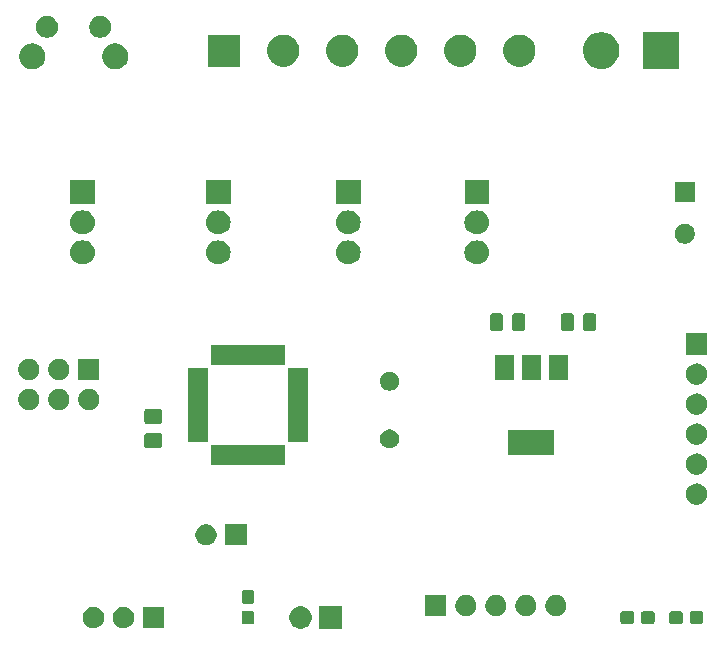
<source format=gbr>
%TF.GenerationSoftware,KiCad,Pcbnew,5.1.5-52549c5~84~ubuntu19.04.1*%
%TF.CreationDate,2020-02-04T18:47:48+03:00*%
%TF.ProjectId,RGBcontroller_V1,52474263-6f6e-4747-926f-6c6c65725f56,rev?*%
%TF.SameCoordinates,Original*%
%TF.FileFunction,Soldermask,Top*%
%TF.FilePolarity,Negative*%
%FSLAX46Y46*%
G04 Gerber Fmt 4.6, Leading zero omitted, Abs format (unit mm)*
G04 Created by KiCad (PCBNEW 5.1.5-52549c5~84~ubuntu19.04.1) date 2020-02-04 18:47:48*
%MOMM*%
%LPD*%
G04 APERTURE LIST*
%ADD10C,0.150000*%
G04 APERTURE END LIST*
D10*
G36*
X130951000Y-97951000D02*
G01*
X129049000Y-97951000D01*
X129049000Y-96049000D01*
X130951000Y-96049000D01*
X130951000Y-97951000D01*
G37*
G36*
X127737395Y-96085546D02*
G01*
X127910466Y-96157234D01*
X127910467Y-96157235D01*
X128066227Y-96261310D01*
X128198690Y-96393773D01*
X128198691Y-96393775D01*
X128302766Y-96549534D01*
X128374454Y-96722605D01*
X128411000Y-96906333D01*
X128411000Y-97093667D01*
X128374454Y-97277395D01*
X128302766Y-97450466D01*
X128281911Y-97481677D01*
X128198690Y-97606227D01*
X128066227Y-97738690D01*
X127987818Y-97791081D01*
X127910466Y-97842766D01*
X127737395Y-97914454D01*
X127553667Y-97951000D01*
X127366333Y-97951000D01*
X127182605Y-97914454D01*
X127009534Y-97842766D01*
X126932182Y-97791081D01*
X126853773Y-97738690D01*
X126721310Y-97606227D01*
X126638089Y-97481677D01*
X126617234Y-97450466D01*
X126545546Y-97277395D01*
X126509000Y-97093667D01*
X126509000Y-96906333D01*
X126545546Y-96722605D01*
X126617234Y-96549534D01*
X126721309Y-96393775D01*
X126721310Y-96393773D01*
X126853773Y-96261310D01*
X127009533Y-96157235D01*
X127009534Y-96157234D01*
X127182605Y-96085546D01*
X127366333Y-96049000D01*
X127553667Y-96049000D01*
X127737395Y-96085546D01*
G37*
G36*
X112573512Y-96103927D02*
G01*
X112722812Y-96133624D01*
X112886784Y-96201544D01*
X113034354Y-96300147D01*
X113159853Y-96425646D01*
X113258456Y-96573216D01*
X113326376Y-96737188D01*
X113352072Y-96866375D01*
X113358960Y-96901000D01*
X113361000Y-96911259D01*
X113361000Y-97088741D01*
X113326376Y-97262812D01*
X113258456Y-97426784D01*
X113159853Y-97574354D01*
X113034354Y-97699853D01*
X112886784Y-97798456D01*
X112722812Y-97866376D01*
X112573512Y-97896073D01*
X112548742Y-97901000D01*
X112371258Y-97901000D01*
X112346488Y-97896073D01*
X112197188Y-97866376D01*
X112033216Y-97798456D01*
X111885646Y-97699853D01*
X111760147Y-97574354D01*
X111661544Y-97426784D01*
X111593624Y-97262812D01*
X111559000Y-97088741D01*
X111559000Y-96911259D01*
X111561041Y-96901000D01*
X111567928Y-96866375D01*
X111593624Y-96737188D01*
X111661544Y-96573216D01*
X111760147Y-96425646D01*
X111885646Y-96300147D01*
X112033216Y-96201544D01*
X112197188Y-96133624D01*
X112346488Y-96103927D01*
X112371258Y-96099000D01*
X112548742Y-96099000D01*
X112573512Y-96103927D01*
G37*
G36*
X115901000Y-97901000D02*
G01*
X114099000Y-97901000D01*
X114099000Y-96099000D01*
X115901000Y-96099000D01*
X115901000Y-97901000D01*
G37*
G36*
X110033512Y-96103927D02*
G01*
X110182812Y-96133624D01*
X110346784Y-96201544D01*
X110494354Y-96300147D01*
X110619853Y-96425646D01*
X110718456Y-96573216D01*
X110786376Y-96737188D01*
X110812072Y-96866375D01*
X110818960Y-96901000D01*
X110821000Y-96911259D01*
X110821000Y-97088741D01*
X110786376Y-97262812D01*
X110718456Y-97426784D01*
X110619853Y-97574354D01*
X110494354Y-97699853D01*
X110346784Y-97798456D01*
X110182812Y-97866376D01*
X110033512Y-97896073D01*
X110008742Y-97901000D01*
X109831258Y-97901000D01*
X109806488Y-97896073D01*
X109657188Y-97866376D01*
X109493216Y-97798456D01*
X109345646Y-97699853D01*
X109220147Y-97574354D01*
X109121544Y-97426784D01*
X109053624Y-97262812D01*
X109019000Y-97088741D01*
X109019000Y-96911259D01*
X109021041Y-96901000D01*
X109027928Y-96866375D01*
X109053624Y-96737188D01*
X109121544Y-96573216D01*
X109220147Y-96425646D01*
X109345646Y-96300147D01*
X109493216Y-96201544D01*
X109657188Y-96133624D01*
X109806488Y-96103927D01*
X109831258Y-96099000D01*
X110008742Y-96099000D01*
X110033512Y-96103927D01*
G37*
G36*
X123364499Y-96428445D02*
G01*
X123401995Y-96439820D01*
X123436554Y-96458292D01*
X123466847Y-96483153D01*
X123491708Y-96513446D01*
X123510180Y-96548005D01*
X123521555Y-96585501D01*
X123526000Y-96630638D01*
X123526000Y-97369362D01*
X123521555Y-97414499D01*
X123510180Y-97451995D01*
X123491708Y-97486554D01*
X123466847Y-97516847D01*
X123436554Y-97541708D01*
X123401995Y-97560180D01*
X123364499Y-97571555D01*
X123319362Y-97576000D01*
X122680638Y-97576000D01*
X122635501Y-97571555D01*
X122598005Y-97560180D01*
X122563446Y-97541708D01*
X122533153Y-97516847D01*
X122508292Y-97486554D01*
X122489820Y-97451995D01*
X122478445Y-97414499D01*
X122474000Y-97369362D01*
X122474000Y-96630638D01*
X122478445Y-96585501D01*
X122489820Y-96548005D01*
X122508292Y-96513446D01*
X122533153Y-96483153D01*
X122563446Y-96458292D01*
X122598005Y-96439820D01*
X122635501Y-96428445D01*
X122680638Y-96424000D01*
X123319362Y-96424000D01*
X123364499Y-96428445D01*
G37*
G36*
X161414499Y-96478445D02*
G01*
X161451995Y-96489820D01*
X161486554Y-96508292D01*
X161516847Y-96533153D01*
X161541708Y-96563446D01*
X161560180Y-96598005D01*
X161571555Y-96635501D01*
X161576000Y-96680638D01*
X161576000Y-97319362D01*
X161571555Y-97364499D01*
X161560180Y-97401995D01*
X161541708Y-97436554D01*
X161516847Y-97466847D01*
X161486554Y-97491708D01*
X161451995Y-97510180D01*
X161414499Y-97521555D01*
X161369362Y-97526000D01*
X160630638Y-97526000D01*
X160585501Y-97521555D01*
X160548005Y-97510180D01*
X160513446Y-97491708D01*
X160483153Y-97466847D01*
X160458292Y-97436554D01*
X160439820Y-97401995D01*
X160428445Y-97364499D01*
X160424000Y-97319362D01*
X160424000Y-96680638D01*
X160428445Y-96635501D01*
X160439820Y-96598005D01*
X160458292Y-96563446D01*
X160483153Y-96533153D01*
X160513446Y-96508292D01*
X160548005Y-96489820D01*
X160585501Y-96478445D01*
X160630638Y-96474000D01*
X161369362Y-96474000D01*
X161414499Y-96478445D01*
G37*
G36*
X159664499Y-96478445D02*
G01*
X159701995Y-96489820D01*
X159736554Y-96508292D01*
X159766847Y-96533153D01*
X159791708Y-96563446D01*
X159810180Y-96598005D01*
X159821555Y-96635501D01*
X159826000Y-96680638D01*
X159826000Y-97319362D01*
X159821555Y-97364499D01*
X159810180Y-97401995D01*
X159791708Y-97436554D01*
X159766847Y-97466847D01*
X159736554Y-97491708D01*
X159701995Y-97510180D01*
X159664499Y-97521555D01*
X159619362Y-97526000D01*
X158880638Y-97526000D01*
X158835501Y-97521555D01*
X158798005Y-97510180D01*
X158763446Y-97491708D01*
X158733153Y-97466847D01*
X158708292Y-97436554D01*
X158689820Y-97401995D01*
X158678445Y-97364499D01*
X158674000Y-97319362D01*
X158674000Y-96680638D01*
X158678445Y-96635501D01*
X158689820Y-96598005D01*
X158708292Y-96563446D01*
X158733153Y-96533153D01*
X158763446Y-96508292D01*
X158798005Y-96489820D01*
X158835501Y-96478445D01*
X158880638Y-96474000D01*
X159619362Y-96474000D01*
X159664499Y-96478445D01*
G37*
G36*
X157289499Y-96478445D02*
G01*
X157326995Y-96489820D01*
X157361554Y-96508292D01*
X157391847Y-96533153D01*
X157416708Y-96563446D01*
X157435180Y-96598005D01*
X157446555Y-96635501D01*
X157451000Y-96680638D01*
X157451000Y-97319362D01*
X157446555Y-97364499D01*
X157435180Y-97401995D01*
X157416708Y-97436554D01*
X157391847Y-97466847D01*
X157361554Y-97491708D01*
X157326995Y-97510180D01*
X157289499Y-97521555D01*
X157244362Y-97526000D01*
X156505638Y-97526000D01*
X156460501Y-97521555D01*
X156423005Y-97510180D01*
X156388446Y-97491708D01*
X156358153Y-97466847D01*
X156333292Y-97436554D01*
X156314820Y-97401995D01*
X156303445Y-97364499D01*
X156299000Y-97319362D01*
X156299000Y-96680638D01*
X156303445Y-96635501D01*
X156314820Y-96598005D01*
X156333292Y-96563446D01*
X156358153Y-96533153D01*
X156388446Y-96508292D01*
X156423005Y-96489820D01*
X156460501Y-96478445D01*
X156505638Y-96474000D01*
X157244362Y-96474000D01*
X157289499Y-96478445D01*
G37*
G36*
X155539499Y-96478445D02*
G01*
X155576995Y-96489820D01*
X155611554Y-96508292D01*
X155641847Y-96533153D01*
X155666708Y-96563446D01*
X155685180Y-96598005D01*
X155696555Y-96635501D01*
X155701000Y-96680638D01*
X155701000Y-97319362D01*
X155696555Y-97364499D01*
X155685180Y-97401995D01*
X155666708Y-97436554D01*
X155641847Y-97466847D01*
X155611554Y-97491708D01*
X155576995Y-97510180D01*
X155539499Y-97521555D01*
X155494362Y-97526000D01*
X154755638Y-97526000D01*
X154710501Y-97521555D01*
X154673005Y-97510180D01*
X154638446Y-97491708D01*
X154608153Y-97466847D01*
X154583292Y-97436554D01*
X154564820Y-97401995D01*
X154553445Y-97364499D01*
X154549000Y-97319362D01*
X154549000Y-96680638D01*
X154553445Y-96635501D01*
X154564820Y-96598005D01*
X154583292Y-96563446D01*
X154608153Y-96533153D01*
X154638446Y-96508292D01*
X154673005Y-96489820D01*
X154710501Y-96478445D01*
X154755638Y-96474000D01*
X155494362Y-96474000D01*
X155539499Y-96478445D01*
G37*
G36*
X144113512Y-95103927D02*
G01*
X144262812Y-95133624D01*
X144426784Y-95201544D01*
X144574354Y-95300147D01*
X144699853Y-95425646D01*
X144798456Y-95573216D01*
X144866376Y-95737188D01*
X144883036Y-95820947D01*
X144901000Y-95911258D01*
X144901000Y-96088742D01*
X144896073Y-96113512D01*
X144866376Y-96262812D01*
X144798456Y-96426784D01*
X144699853Y-96574354D01*
X144574354Y-96699853D01*
X144426784Y-96798456D01*
X144262812Y-96866376D01*
X144113512Y-96896073D01*
X144088742Y-96901000D01*
X143911258Y-96901000D01*
X143886488Y-96896073D01*
X143737188Y-96866376D01*
X143573216Y-96798456D01*
X143425646Y-96699853D01*
X143300147Y-96574354D01*
X143201544Y-96426784D01*
X143133624Y-96262812D01*
X143103927Y-96113512D01*
X143099000Y-96088742D01*
X143099000Y-95911258D01*
X143116964Y-95820947D01*
X143133624Y-95737188D01*
X143201544Y-95573216D01*
X143300147Y-95425646D01*
X143425646Y-95300147D01*
X143573216Y-95201544D01*
X143737188Y-95133624D01*
X143886488Y-95103927D01*
X143911258Y-95099000D01*
X144088742Y-95099000D01*
X144113512Y-95103927D01*
G37*
G36*
X139821000Y-96901000D02*
G01*
X138019000Y-96901000D01*
X138019000Y-95099000D01*
X139821000Y-95099000D01*
X139821000Y-96901000D01*
G37*
G36*
X141573512Y-95103927D02*
G01*
X141722812Y-95133624D01*
X141886784Y-95201544D01*
X142034354Y-95300147D01*
X142159853Y-95425646D01*
X142258456Y-95573216D01*
X142326376Y-95737188D01*
X142343036Y-95820947D01*
X142361000Y-95911258D01*
X142361000Y-96088742D01*
X142356073Y-96113512D01*
X142326376Y-96262812D01*
X142258456Y-96426784D01*
X142159853Y-96574354D01*
X142034354Y-96699853D01*
X141886784Y-96798456D01*
X141722812Y-96866376D01*
X141573512Y-96896073D01*
X141548742Y-96901000D01*
X141371258Y-96901000D01*
X141346488Y-96896073D01*
X141197188Y-96866376D01*
X141033216Y-96798456D01*
X140885646Y-96699853D01*
X140760147Y-96574354D01*
X140661544Y-96426784D01*
X140593624Y-96262812D01*
X140563927Y-96113512D01*
X140559000Y-96088742D01*
X140559000Y-95911258D01*
X140576964Y-95820947D01*
X140593624Y-95737188D01*
X140661544Y-95573216D01*
X140760147Y-95425646D01*
X140885646Y-95300147D01*
X141033216Y-95201544D01*
X141197188Y-95133624D01*
X141346488Y-95103927D01*
X141371258Y-95099000D01*
X141548742Y-95099000D01*
X141573512Y-95103927D01*
G37*
G36*
X146653512Y-95103927D02*
G01*
X146802812Y-95133624D01*
X146966784Y-95201544D01*
X147114354Y-95300147D01*
X147239853Y-95425646D01*
X147338456Y-95573216D01*
X147406376Y-95737188D01*
X147423036Y-95820947D01*
X147441000Y-95911258D01*
X147441000Y-96088742D01*
X147436073Y-96113512D01*
X147406376Y-96262812D01*
X147338456Y-96426784D01*
X147239853Y-96574354D01*
X147114354Y-96699853D01*
X146966784Y-96798456D01*
X146802812Y-96866376D01*
X146653512Y-96896073D01*
X146628742Y-96901000D01*
X146451258Y-96901000D01*
X146426488Y-96896073D01*
X146277188Y-96866376D01*
X146113216Y-96798456D01*
X145965646Y-96699853D01*
X145840147Y-96574354D01*
X145741544Y-96426784D01*
X145673624Y-96262812D01*
X145643927Y-96113512D01*
X145639000Y-96088742D01*
X145639000Y-95911258D01*
X145656964Y-95820947D01*
X145673624Y-95737188D01*
X145741544Y-95573216D01*
X145840147Y-95425646D01*
X145965646Y-95300147D01*
X146113216Y-95201544D01*
X146277188Y-95133624D01*
X146426488Y-95103927D01*
X146451258Y-95099000D01*
X146628742Y-95099000D01*
X146653512Y-95103927D01*
G37*
G36*
X149193512Y-95103927D02*
G01*
X149342812Y-95133624D01*
X149506784Y-95201544D01*
X149654354Y-95300147D01*
X149779853Y-95425646D01*
X149878456Y-95573216D01*
X149946376Y-95737188D01*
X149963036Y-95820947D01*
X149981000Y-95911258D01*
X149981000Y-96088742D01*
X149976073Y-96113512D01*
X149946376Y-96262812D01*
X149878456Y-96426784D01*
X149779853Y-96574354D01*
X149654354Y-96699853D01*
X149506784Y-96798456D01*
X149342812Y-96866376D01*
X149193512Y-96896073D01*
X149168742Y-96901000D01*
X148991258Y-96901000D01*
X148966488Y-96896073D01*
X148817188Y-96866376D01*
X148653216Y-96798456D01*
X148505646Y-96699853D01*
X148380147Y-96574354D01*
X148281544Y-96426784D01*
X148213624Y-96262812D01*
X148183927Y-96113512D01*
X148179000Y-96088742D01*
X148179000Y-95911258D01*
X148196964Y-95820947D01*
X148213624Y-95737188D01*
X148281544Y-95573216D01*
X148380147Y-95425646D01*
X148505646Y-95300147D01*
X148653216Y-95201544D01*
X148817188Y-95133624D01*
X148966488Y-95103927D01*
X148991258Y-95099000D01*
X149168742Y-95099000D01*
X149193512Y-95103927D01*
G37*
G36*
X123364499Y-94678445D02*
G01*
X123401995Y-94689820D01*
X123436554Y-94708292D01*
X123466847Y-94733153D01*
X123491708Y-94763446D01*
X123510180Y-94798005D01*
X123521555Y-94835501D01*
X123526000Y-94880638D01*
X123526000Y-95619362D01*
X123521555Y-95664499D01*
X123510180Y-95701995D01*
X123491708Y-95736554D01*
X123466847Y-95766847D01*
X123436554Y-95791708D01*
X123401995Y-95810180D01*
X123364499Y-95821555D01*
X123319362Y-95826000D01*
X122680638Y-95826000D01*
X122635501Y-95821555D01*
X122598005Y-95810180D01*
X122563446Y-95791708D01*
X122533153Y-95766847D01*
X122508292Y-95736554D01*
X122489820Y-95701995D01*
X122478445Y-95664499D01*
X122474000Y-95619362D01*
X122474000Y-94880638D01*
X122478445Y-94835501D01*
X122489820Y-94798005D01*
X122508292Y-94763446D01*
X122533153Y-94733153D01*
X122563446Y-94708292D01*
X122598005Y-94689820D01*
X122635501Y-94678445D01*
X122680638Y-94674000D01*
X123319362Y-94674000D01*
X123364499Y-94678445D01*
G37*
G36*
X119573512Y-89103927D02*
G01*
X119722812Y-89133624D01*
X119886784Y-89201544D01*
X120034354Y-89300147D01*
X120159853Y-89425646D01*
X120258456Y-89573216D01*
X120326376Y-89737188D01*
X120361000Y-89911259D01*
X120361000Y-90088741D01*
X120326376Y-90262812D01*
X120258456Y-90426784D01*
X120159853Y-90574354D01*
X120034354Y-90699853D01*
X119886784Y-90798456D01*
X119722812Y-90866376D01*
X119573512Y-90896073D01*
X119548742Y-90901000D01*
X119371258Y-90901000D01*
X119346488Y-90896073D01*
X119197188Y-90866376D01*
X119033216Y-90798456D01*
X118885646Y-90699853D01*
X118760147Y-90574354D01*
X118661544Y-90426784D01*
X118593624Y-90262812D01*
X118559000Y-90088741D01*
X118559000Y-89911259D01*
X118593624Y-89737188D01*
X118661544Y-89573216D01*
X118760147Y-89425646D01*
X118885646Y-89300147D01*
X119033216Y-89201544D01*
X119197188Y-89133624D01*
X119346488Y-89103927D01*
X119371258Y-89099000D01*
X119548742Y-89099000D01*
X119573512Y-89103927D01*
G37*
G36*
X122901000Y-90901000D02*
G01*
X121099000Y-90901000D01*
X121099000Y-89099000D01*
X122901000Y-89099000D01*
X122901000Y-90901000D01*
G37*
G36*
X161113512Y-85653927D02*
G01*
X161262812Y-85683624D01*
X161426784Y-85751544D01*
X161574354Y-85850147D01*
X161699853Y-85975646D01*
X161798456Y-86123216D01*
X161866376Y-86287188D01*
X161901000Y-86461259D01*
X161901000Y-86638741D01*
X161866376Y-86812812D01*
X161798456Y-86976784D01*
X161699853Y-87124354D01*
X161574354Y-87249853D01*
X161426784Y-87348456D01*
X161262812Y-87416376D01*
X161113512Y-87446073D01*
X161088742Y-87451000D01*
X160911258Y-87451000D01*
X160886488Y-87446073D01*
X160737188Y-87416376D01*
X160573216Y-87348456D01*
X160425646Y-87249853D01*
X160300147Y-87124354D01*
X160201544Y-86976784D01*
X160133624Y-86812812D01*
X160099000Y-86638741D01*
X160099000Y-86461259D01*
X160133624Y-86287188D01*
X160201544Y-86123216D01*
X160300147Y-85975646D01*
X160425646Y-85850147D01*
X160573216Y-85751544D01*
X160737188Y-85683624D01*
X160886488Y-85653927D01*
X160911258Y-85649000D01*
X161088742Y-85649000D01*
X161113512Y-85653927D01*
G37*
G36*
X161113512Y-83113927D02*
G01*
X161262812Y-83143624D01*
X161426784Y-83211544D01*
X161574354Y-83310147D01*
X161699853Y-83435646D01*
X161798456Y-83583216D01*
X161866376Y-83747188D01*
X161901000Y-83921259D01*
X161901000Y-84098741D01*
X161866376Y-84272812D01*
X161798456Y-84436784D01*
X161699853Y-84584354D01*
X161574354Y-84709853D01*
X161426784Y-84808456D01*
X161262812Y-84876376D01*
X161113512Y-84906073D01*
X161088742Y-84911000D01*
X160911258Y-84911000D01*
X160886488Y-84906073D01*
X160737188Y-84876376D01*
X160573216Y-84808456D01*
X160425646Y-84709853D01*
X160300147Y-84584354D01*
X160201544Y-84436784D01*
X160133624Y-84272812D01*
X160099000Y-84098741D01*
X160099000Y-83921259D01*
X160133624Y-83747188D01*
X160201544Y-83583216D01*
X160300147Y-83435646D01*
X160425646Y-83310147D01*
X160573216Y-83211544D01*
X160737188Y-83143624D01*
X160886488Y-83113927D01*
X160911258Y-83109000D01*
X161088742Y-83109000D01*
X161113512Y-83113927D01*
G37*
G36*
X126126000Y-84101000D02*
G01*
X119874000Y-84101000D01*
X119874000Y-82399000D01*
X126126000Y-82399000D01*
X126126000Y-84101000D01*
G37*
G36*
X148951000Y-83201000D02*
G01*
X145049000Y-83201000D01*
X145049000Y-81099000D01*
X148951000Y-81099000D01*
X148951000Y-83201000D01*
G37*
G36*
X135233642Y-81109781D02*
G01*
X135379414Y-81170162D01*
X135379416Y-81170163D01*
X135510608Y-81257822D01*
X135622178Y-81369392D01*
X135702028Y-81488897D01*
X135709838Y-81500586D01*
X135770219Y-81646358D01*
X135801000Y-81801107D01*
X135801000Y-81958893D01*
X135770219Y-82113642D01*
X135709838Y-82259414D01*
X135709837Y-82259416D01*
X135622178Y-82390608D01*
X135510608Y-82502178D01*
X135379416Y-82589837D01*
X135379415Y-82589838D01*
X135379414Y-82589838D01*
X135233642Y-82650219D01*
X135078893Y-82681000D01*
X134921107Y-82681000D01*
X134766358Y-82650219D01*
X134620586Y-82589838D01*
X134620585Y-82589838D01*
X134620584Y-82589837D01*
X134489392Y-82502178D01*
X134377822Y-82390608D01*
X134290163Y-82259416D01*
X134290162Y-82259414D01*
X134229781Y-82113642D01*
X134199000Y-81958893D01*
X134199000Y-81801107D01*
X134229781Y-81646358D01*
X134290162Y-81500586D01*
X134297972Y-81488897D01*
X134377822Y-81369392D01*
X134489392Y-81257822D01*
X134620584Y-81170163D01*
X134620586Y-81170162D01*
X134766358Y-81109781D01*
X134921107Y-81079000D01*
X135078893Y-81079000D01*
X135233642Y-81109781D01*
G37*
G36*
X115588674Y-81403465D02*
G01*
X115626367Y-81414899D01*
X115661103Y-81433466D01*
X115691548Y-81458452D01*
X115716534Y-81488897D01*
X115735101Y-81523633D01*
X115746535Y-81561326D01*
X115751000Y-81606661D01*
X115751000Y-82443339D01*
X115746535Y-82488674D01*
X115735101Y-82526367D01*
X115716534Y-82561103D01*
X115691548Y-82591548D01*
X115661103Y-82616534D01*
X115626367Y-82635101D01*
X115588674Y-82646535D01*
X115543339Y-82651000D01*
X114456661Y-82651000D01*
X114411326Y-82646535D01*
X114373633Y-82635101D01*
X114338897Y-82616534D01*
X114308452Y-82591548D01*
X114283466Y-82561103D01*
X114264899Y-82526367D01*
X114253465Y-82488674D01*
X114249000Y-82443339D01*
X114249000Y-81606661D01*
X114253465Y-81561326D01*
X114264899Y-81523633D01*
X114283466Y-81488897D01*
X114308452Y-81458452D01*
X114338897Y-81433466D01*
X114373633Y-81414899D01*
X114411326Y-81403465D01*
X114456661Y-81399000D01*
X115543339Y-81399000D01*
X115588674Y-81403465D01*
G37*
G36*
X161113512Y-80573927D02*
G01*
X161262812Y-80603624D01*
X161426784Y-80671544D01*
X161574354Y-80770147D01*
X161699853Y-80895646D01*
X161798456Y-81043216D01*
X161866376Y-81207188D01*
X161901000Y-81381259D01*
X161901000Y-81558741D01*
X161866376Y-81732812D01*
X161798456Y-81896784D01*
X161699853Y-82044354D01*
X161574354Y-82169853D01*
X161426784Y-82268456D01*
X161262812Y-82336376D01*
X161113512Y-82366073D01*
X161088742Y-82371000D01*
X160911258Y-82371000D01*
X160886488Y-82366073D01*
X160737188Y-82336376D01*
X160573216Y-82268456D01*
X160425646Y-82169853D01*
X160300147Y-82044354D01*
X160201544Y-81896784D01*
X160133624Y-81732812D01*
X160099000Y-81558741D01*
X160099000Y-81381259D01*
X160133624Y-81207188D01*
X160201544Y-81043216D01*
X160300147Y-80895646D01*
X160425646Y-80770147D01*
X160573216Y-80671544D01*
X160737188Y-80603624D01*
X160886488Y-80573927D01*
X160911258Y-80569000D01*
X161088742Y-80569000D01*
X161113512Y-80573927D01*
G37*
G36*
X128101000Y-82126000D02*
G01*
X126399000Y-82126000D01*
X126399000Y-75874000D01*
X128101000Y-75874000D01*
X128101000Y-82126000D01*
G37*
G36*
X119601000Y-82126000D02*
G01*
X117899000Y-82126000D01*
X117899000Y-75874000D01*
X119601000Y-75874000D01*
X119601000Y-82126000D01*
G37*
G36*
X115588674Y-79353465D02*
G01*
X115626367Y-79364899D01*
X115661103Y-79383466D01*
X115691548Y-79408452D01*
X115716534Y-79438897D01*
X115735101Y-79473633D01*
X115746535Y-79511326D01*
X115751000Y-79556661D01*
X115751000Y-80393339D01*
X115746535Y-80438674D01*
X115735101Y-80476367D01*
X115716534Y-80511103D01*
X115691548Y-80541548D01*
X115661103Y-80566534D01*
X115626367Y-80585101D01*
X115588674Y-80596535D01*
X115543339Y-80601000D01*
X114456661Y-80601000D01*
X114411326Y-80596535D01*
X114373633Y-80585101D01*
X114338897Y-80566534D01*
X114308452Y-80541548D01*
X114283466Y-80511103D01*
X114264899Y-80476367D01*
X114253465Y-80438674D01*
X114249000Y-80393339D01*
X114249000Y-79556661D01*
X114253465Y-79511326D01*
X114264899Y-79473633D01*
X114283466Y-79438897D01*
X114308452Y-79408452D01*
X114338897Y-79383466D01*
X114373633Y-79364899D01*
X114411326Y-79353465D01*
X114456661Y-79349000D01*
X115543339Y-79349000D01*
X115588674Y-79353465D01*
G37*
G36*
X161113512Y-78033927D02*
G01*
X161262812Y-78063624D01*
X161426784Y-78131544D01*
X161574354Y-78230147D01*
X161699853Y-78355646D01*
X161798456Y-78503216D01*
X161866376Y-78667188D01*
X161901000Y-78841259D01*
X161901000Y-79018741D01*
X161866376Y-79192812D01*
X161798456Y-79356784D01*
X161699853Y-79504354D01*
X161574354Y-79629853D01*
X161426784Y-79728456D01*
X161262812Y-79796376D01*
X161113512Y-79826073D01*
X161088742Y-79831000D01*
X160911258Y-79831000D01*
X160886488Y-79826073D01*
X160737188Y-79796376D01*
X160573216Y-79728456D01*
X160425646Y-79629853D01*
X160300147Y-79504354D01*
X160201544Y-79356784D01*
X160133624Y-79192812D01*
X160099000Y-79018741D01*
X160099000Y-78841259D01*
X160133624Y-78667188D01*
X160201544Y-78503216D01*
X160300147Y-78355646D01*
X160425646Y-78230147D01*
X160573216Y-78131544D01*
X160737188Y-78063624D01*
X160886488Y-78033927D01*
X160911258Y-78029000D01*
X161088742Y-78029000D01*
X161113512Y-78033927D01*
G37*
G36*
X107113512Y-77643927D02*
G01*
X107262812Y-77673624D01*
X107426784Y-77741544D01*
X107574354Y-77840147D01*
X107699853Y-77965646D01*
X107798456Y-78113216D01*
X107866376Y-78277188D01*
X107901000Y-78451259D01*
X107901000Y-78628741D01*
X107866376Y-78802812D01*
X107798456Y-78966784D01*
X107699853Y-79114354D01*
X107574354Y-79239853D01*
X107426784Y-79338456D01*
X107262812Y-79406376D01*
X107113512Y-79436073D01*
X107088742Y-79441000D01*
X106911258Y-79441000D01*
X106886488Y-79436073D01*
X106737188Y-79406376D01*
X106573216Y-79338456D01*
X106425646Y-79239853D01*
X106300147Y-79114354D01*
X106201544Y-78966784D01*
X106133624Y-78802812D01*
X106099000Y-78628741D01*
X106099000Y-78451259D01*
X106133624Y-78277188D01*
X106201544Y-78113216D01*
X106300147Y-77965646D01*
X106425646Y-77840147D01*
X106573216Y-77741544D01*
X106737188Y-77673624D01*
X106886488Y-77643927D01*
X106911258Y-77639000D01*
X107088742Y-77639000D01*
X107113512Y-77643927D01*
G37*
G36*
X104573512Y-77643927D02*
G01*
X104722812Y-77673624D01*
X104886784Y-77741544D01*
X105034354Y-77840147D01*
X105159853Y-77965646D01*
X105258456Y-78113216D01*
X105326376Y-78277188D01*
X105361000Y-78451259D01*
X105361000Y-78628741D01*
X105326376Y-78802812D01*
X105258456Y-78966784D01*
X105159853Y-79114354D01*
X105034354Y-79239853D01*
X104886784Y-79338456D01*
X104722812Y-79406376D01*
X104573512Y-79436073D01*
X104548742Y-79441000D01*
X104371258Y-79441000D01*
X104346488Y-79436073D01*
X104197188Y-79406376D01*
X104033216Y-79338456D01*
X103885646Y-79239853D01*
X103760147Y-79114354D01*
X103661544Y-78966784D01*
X103593624Y-78802812D01*
X103559000Y-78628741D01*
X103559000Y-78451259D01*
X103593624Y-78277188D01*
X103661544Y-78113216D01*
X103760147Y-77965646D01*
X103885646Y-77840147D01*
X104033216Y-77741544D01*
X104197188Y-77673624D01*
X104346488Y-77643927D01*
X104371258Y-77639000D01*
X104548742Y-77639000D01*
X104573512Y-77643927D01*
G37*
G36*
X109653512Y-77643927D02*
G01*
X109802812Y-77673624D01*
X109966784Y-77741544D01*
X110114354Y-77840147D01*
X110239853Y-77965646D01*
X110338456Y-78113216D01*
X110406376Y-78277188D01*
X110441000Y-78451259D01*
X110441000Y-78628741D01*
X110406376Y-78802812D01*
X110338456Y-78966784D01*
X110239853Y-79114354D01*
X110114354Y-79239853D01*
X109966784Y-79338456D01*
X109802812Y-79406376D01*
X109653512Y-79436073D01*
X109628742Y-79441000D01*
X109451258Y-79441000D01*
X109426488Y-79436073D01*
X109277188Y-79406376D01*
X109113216Y-79338456D01*
X108965646Y-79239853D01*
X108840147Y-79114354D01*
X108741544Y-78966784D01*
X108673624Y-78802812D01*
X108639000Y-78628741D01*
X108639000Y-78451259D01*
X108673624Y-78277188D01*
X108741544Y-78113216D01*
X108840147Y-77965646D01*
X108965646Y-77840147D01*
X109113216Y-77741544D01*
X109277188Y-77673624D01*
X109426488Y-77643927D01*
X109451258Y-77639000D01*
X109628742Y-77639000D01*
X109653512Y-77643927D01*
G37*
G36*
X135233642Y-76229781D02*
G01*
X135379414Y-76290162D01*
X135379416Y-76290163D01*
X135510608Y-76377822D01*
X135622178Y-76489392D01*
X135678947Y-76574354D01*
X135709838Y-76620586D01*
X135770219Y-76766358D01*
X135801000Y-76921107D01*
X135801000Y-77078893D01*
X135770219Y-77233642D01*
X135760802Y-77256376D01*
X135709837Y-77379416D01*
X135622178Y-77510608D01*
X135510608Y-77622178D01*
X135379416Y-77709837D01*
X135379415Y-77709838D01*
X135379414Y-77709838D01*
X135233642Y-77770219D01*
X135078893Y-77801000D01*
X134921107Y-77801000D01*
X134766358Y-77770219D01*
X134620586Y-77709838D01*
X134620585Y-77709838D01*
X134620584Y-77709837D01*
X134489392Y-77622178D01*
X134377822Y-77510608D01*
X134290163Y-77379416D01*
X134239198Y-77256376D01*
X134229781Y-77233642D01*
X134199000Y-77078893D01*
X134199000Y-76921107D01*
X134229781Y-76766358D01*
X134290162Y-76620586D01*
X134321053Y-76574354D01*
X134377822Y-76489392D01*
X134489392Y-76377822D01*
X134620584Y-76290163D01*
X134620586Y-76290162D01*
X134766358Y-76229781D01*
X134921107Y-76199000D01*
X135078893Y-76199000D01*
X135233642Y-76229781D01*
G37*
G36*
X161113512Y-75493927D02*
G01*
X161262812Y-75523624D01*
X161426784Y-75591544D01*
X161574354Y-75690147D01*
X161699853Y-75815646D01*
X161798456Y-75963216D01*
X161866376Y-76127188D01*
X161896073Y-76276488D01*
X161901000Y-76301258D01*
X161901000Y-76478742D01*
X161898881Y-76489393D01*
X161866376Y-76652812D01*
X161798456Y-76816784D01*
X161699853Y-76964354D01*
X161574354Y-77089853D01*
X161426784Y-77188456D01*
X161262812Y-77256376D01*
X161113512Y-77286073D01*
X161088742Y-77291000D01*
X160911258Y-77291000D01*
X160886488Y-77286073D01*
X160737188Y-77256376D01*
X160573216Y-77188456D01*
X160425646Y-77089853D01*
X160300147Y-76964354D01*
X160201544Y-76816784D01*
X160133624Y-76652812D01*
X160101119Y-76489393D01*
X160099000Y-76478742D01*
X160099000Y-76301258D01*
X160103927Y-76276488D01*
X160133624Y-76127188D01*
X160201544Y-75963216D01*
X160300147Y-75815646D01*
X160425646Y-75690147D01*
X160573216Y-75591544D01*
X160737188Y-75523624D01*
X160886488Y-75493927D01*
X160911258Y-75489000D01*
X161088742Y-75489000D01*
X161113512Y-75493927D01*
G37*
G36*
X145501000Y-76901000D02*
G01*
X143899000Y-76901000D01*
X143899000Y-74799000D01*
X145501000Y-74799000D01*
X145501000Y-76901000D01*
G37*
G36*
X150101000Y-76901000D02*
G01*
X148499000Y-76901000D01*
X148499000Y-74799000D01*
X150101000Y-74799000D01*
X150101000Y-76901000D01*
G37*
G36*
X107113512Y-75103927D02*
G01*
X107262812Y-75133624D01*
X107426784Y-75201544D01*
X107574354Y-75300147D01*
X107699853Y-75425646D01*
X107798456Y-75573216D01*
X107866376Y-75737188D01*
X107901000Y-75911259D01*
X107901000Y-76088741D01*
X107866376Y-76262812D01*
X107798456Y-76426784D01*
X107699853Y-76574354D01*
X107574354Y-76699853D01*
X107426784Y-76798456D01*
X107262812Y-76866376D01*
X107113512Y-76896073D01*
X107088742Y-76901000D01*
X106911258Y-76901000D01*
X106886488Y-76896073D01*
X106737188Y-76866376D01*
X106573216Y-76798456D01*
X106425646Y-76699853D01*
X106300147Y-76574354D01*
X106201544Y-76426784D01*
X106133624Y-76262812D01*
X106099000Y-76088741D01*
X106099000Y-75911259D01*
X106133624Y-75737188D01*
X106201544Y-75573216D01*
X106300147Y-75425646D01*
X106425646Y-75300147D01*
X106573216Y-75201544D01*
X106737188Y-75133624D01*
X106886488Y-75103927D01*
X106911258Y-75099000D01*
X107088742Y-75099000D01*
X107113512Y-75103927D01*
G37*
G36*
X110441000Y-76901000D02*
G01*
X108639000Y-76901000D01*
X108639000Y-75099000D01*
X110441000Y-75099000D01*
X110441000Y-76901000D01*
G37*
G36*
X147801000Y-76901000D02*
G01*
X146199000Y-76901000D01*
X146199000Y-74799000D01*
X147801000Y-74799000D01*
X147801000Y-76901000D01*
G37*
G36*
X104573512Y-75103927D02*
G01*
X104722812Y-75133624D01*
X104886784Y-75201544D01*
X105034354Y-75300147D01*
X105159853Y-75425646D01*
X105258456Y-75573216D01*
X105326376Y-75737188D01*
X105361000Y-75911259D01*
X105361000Y-76088741D01*
X105326376Y-76262812D01*
X105258456Y-76426784D01*
X105159853Y-76574354D01*
X105034354Y-76699853D01*
X104886784Y-76798456D01*
X104722812Y-76866376D01*
X104573512Y-76896073D01*
X104548742Y-76901000D01*
X104371258Y-76901000D01*
X104346488Y-76896073D01*
X104197188Y-76866376D01*
X104033216Y-76798456D01*
X103885646Y-76699853D01*
X103760147Y-76574354D01*
X103661544Y-76426784D01*
X103593624Y-76262812D01*
X103559000Y-76088741D01*
X103559000Y-75911259D01*
X103593624Y-75737188D01*
X103661544Y-75573216D01*
X103760147Y-75425646D01*
X103885646Y-75300147D01*
X104033216Y-75201544D01*
X104197188Y-75133624D01*
X104346488Y-75103927D01*
X104371258Y-75099000D01*
X104548742Y-75099000D01*
X104573512Y-75103927D01*
G37*
G36*
X126126000Y-75601000D02*
G01*
X119874000Y-75601000D01*
X119874000Y-73899000D01*
X126126000Y-73899000D01*
X126126000Y-75601000D01*
G37*
G36*
X161901000Y-74751000D02*
G01*
X160099000Y-74751000D01*
X160099000Y-72949000D01*
X161901000Y-72949000D01*
X161901000Y-74751000D01*
G37*
G36*
X150434468Y-71253565D02*
G01*
X150473138Y-71265296D01*
X150508777Y-71284346D01*
X150540017Y-71309983D01*
X150565654Y-71341223D01*
X150584704Y-71376862D01*
X150596435Y-71415532D01*
X150601000Y-71461888D01*
X150601000Y-72538112D01*
X150596435Y-72584468D01*
X150584704Y-72623138D01*
X150565654Y-72658777D01*
X150540017Y-72690017D01*
X150508777Y-72715654D01*
X150473138Y-72734704D01*
X150434468Y-72746435D01*
X150388112Y-72751000D01*
X149736888Y-72751000D01*
X149690532Y-72746435D01*
X149651862Y-72734704D01*
X149616223Y-72715654D01*
X149584983Y-72690017D01*
X149559346Y-72658777D01*
X149540296Y-72623138D01*
X149528565Y-72584468D01*
X149524000Y-72538112D01*
X149524000Y-71461888D01*
X149528565Y-71415532D01*
X149540296Y-71376862D01*
X149559346Y-71341223D01*
X149584983Y-71309983D01*
X149616223Y-71284346D01*
X149651862Y-71265296D01*
X149690532Y-71253565D01*
X149736888Y-71249000D01*
X150388112Y-71249000D01*
X150434468Y-71253565D01*
G37*
G36*
X152309468Y-71253565D02*
G01*
X152348138Y-71265296D01*
X152383777Y-71284346D01*
X152415017Y-71309983D01*
X152440654Y-71341223D01*
X152459704Y-71376862D01*
X152471435Y-71415532D01*
X152476000Y-71461888D01*
X152476000Y-72538112D01*
X152471435Y-72584468D01*
X152459704Y-72623138D01*
X152440654Y-72658777D01*
X152415017Y-72690017D01*
X152383777Y-72715654D01*
X152348138Y-72734704D01*
X152309468Y-72746435D01*
X152263112Y-72751000D01*
X151611888Y-72751000D01*
X151565532Y-72746435D01*
X151526862Y-72734704D01*
X151491223Y-72715654D01*
X151459983Y-72690017D01*
X151434346Y-72658777D01*
X151415296Y-72623138D01*
X151403565Y-72584468D01*
X151399000Y-72538112D01*
X151399000Y-71461888D01*
X151403565Y-71415532D01*
X151415296Y-71376862D01*
X151434346Y-71341223D01*
X151459983Y-71309983D01*
X151491223Y-71284346D01*
X151526862Y-71265296D01*
X151565532Y-71253565D01*
X151611888Y-71249000D01*
X152263112Y-71249000D01*
X152309468Y-71253565D01*
G37*
G36*
X146309468Y-71253565D02*
G01*
X146348138Y-71265296D01*
X146383777Y-71284346D01*
X146415017Y-71309983D01*
X146440654Y-71341223D01*
X146459704Y-71376862D01*
X146471435Y-71415532D01*
X146476000Y-71461888D01*
X146476000Y-72538112D01*
X146471435Y-72584468D01*
X146459704Y-72623138D01*
X146440654Y-72658777D01*
X146415017Y-72690017D01*
X146383777Y-72715654D01*
X146348138Y-72734704D01*
X146309468Y-72746435D01*
X146263112Y-72751000D01*
X145611888Y-72751000D01*
X145565532Y-72746435D01*
X145526862Y-72734704D01*
X145491223Y-72715654D01*
X145459983Y-72690017D01*
X145434346Y-72658777D01*
X145415296Y-72623138D01*
X145403565Y-72584468D01*
X145399000Y-72538112D01*
X145399000Y-71461888D01*
X145403565Y-71415532D01*
X145415296Y-71376862D01*
X145434346Y-71341223D01*
X145459983Y-71309983D01*
X145491223Y-71284346D01*
X145526862Y-71265296D01*
X145565532Y-71253565D01*
X145611888Y-71249000D01*
X146263112Y-71249000D01*
X146309468Y-71253565D01*
G37*
G36*
X144434468Y-71253565D02*
G01*
X144473138Y-71265296D01*
X144508777Y-71284346D01*
X144540017Y-71309983D01*
X144565654Y-71341223D01*
X144584704Y-71376862D01*
X144596435Y-71415532D01*
X144601000Y-71461888D01*
X144601000Y-72538112D01*
X144596435Y-72584468D01*
X144584704Y-72623138D01*
X144565654Y-72658777D01*
X144540017Y-72690017D01*
X144508777Y-72715654D01*
X144473138Y-72734704D01*
X144434468Y-72746435D01*
X144388112Y-72751000D01*
X143736888Y-72751000D01*
X143690532Y-72746435D01*
X143651862Y-72734704D01*
X143616223Y-72715654D01*
X143584983Y-72690017D01*
X143559346Y-72658777D01*
X143540296Y-72623138D01*
X143528565Y-72584468D01*
X143524000Y-72538112D01*
X143524000Y-71461888D01*
X143528565Y-71415532D01*
X143540296Y-71376862D01*
X143559346Y-71341223D01*
X143584983Y-71309983D01*
X143616223Y-71284346D01*
X143651862Y-71265296D01*
X143690532Y-71253565D01*
X143736888Y-71249000D01*
X144388112Y-71249000D01*
X144434468Y-71253565D01*
G37*
G36*
X131645936Y-65081340D02*
G01*
X131744220Y-65091020D01*
X131933381Y-65148401D01*
X132107712Y-65241583D01*
X132260515Y-65366985D01*
X132385917Y-65519788D01*
X132479099Y-65694119D01*
X132536480Y-65883280D01*
X132555855Y-66080000D01*
X132536480Y-66276720D01*
X132479099Y-66465881D01*
X132385917Y-66640212D01*
X132260515Y-66793015D01*
X132107712Y-66918417D01*
X131933381Y-67011599D01*
X131744220Y-67068980D01*
X131645936Y-67078660D01*
X131596795Y-67083500D01*
X131403205Y-67083500D01*
X131354064Y-67078660D01*
X131255780Y-67068980D01*
X131066619Y-67011599D01*
X130892288Y-66918417D01*
X130739485Y-66793015D01*
X130614083Y-66640212D01*
X130520901Y-66465881D01*
X130463520Y-66276720D01*
X130444145Y-66080000D01*
X130463520Y-65883280D01*
X130520901Y-65694119D01*
X130614083Y-65519788D01*
X130739485Y-65366985D01*
X130892288Y-65241583D01*
X131066619Y-65148401D01*
X131255780Y-65091020D01*
X131354064Y-65081340D01*
X131403205Y-65076500D01*
X131596795Y-65076500D01*
X131645936Y-65081340D01*
G37*
G36*
X109145936Y-65081340D02*
G01*
X109244220Y-65091020D01*
X109433381Y-65148401D01*
X109607712Y-65241583D01*
X109760515Y-65366985D01*
X109885917Y-65519788D01*
X109979099Y-65694119D01*
X110036480Y-65883280D01*
X110055855Y-66080000D01*
X110036480Y-66276720D01*
X109979099Y-66465881D01*
X109885917Y-66640212D01*
X109760515Y-66793015D01*
X109607712Y-66918417D01*
X109433381Y-67011599D01*
X109244220Y-67068980D01*
X109145936Y-67078660D01*
X109096795Y-67083500D01*
X108903205Y-67083500D01*
X108854064Y-67078660D01*
X108755780Y-67068980D01*
X108566619Y-67011599D01*
X108392288Y-66918417D01*
X108239485Y-66793015D01*
X108114083Y-66640212D01*
X108020901Y-66465881D01*
X107963520Y-66276720D01*
X107944145Y-66080000D01*
X107963520Y-65883280D01*
X108020901Y-65694119D01*
X108114083Y-65519788D01*
X108239485Y-65366985D01*
X108392288Y-65241583D01*
X108566619Y-65148401D01*
X108755780Y-65091020D01*
X108854064Y-65081340D01*
X108903205Y-65076500D01*
X109096795Y-65076500D01*
X109145936Y-65081340D01*
G37*
G36*
X120645936Y-65081340D02*
G01*
X120744220Y-65091020D01*
X120933381Y-65148401D01*
X121107712Y-65241583D01*
X121260515Y-65366985D01*
X121385917Y-65519788D01*
X121479099Y-65694119D01*
X121536480Y-65883280D01*
X121555855Y-66080000D01*
X121536480Y-66276720D01*
X121479099Y-66465881D01*
X121385917Y-66640212D01*
X121260515Y-66793015D01*
X121107712Y-66918417D01*
X120933381Y-67011599D01*
X120744220Y-67068980D01*
X120645936Y-67078660D01*
X120596795Y-67083500D01*
X120403205Y-67083500D01*
X120354064Y-67078660D01*
X120255780Y-67068980D01*
X120066619Y-67011599D01*
X119892288Y-66918417D01*
X119739485Y-66793015D01*
X119614083Y-66640212D01*
X119520901Y-66465881D01*
X119463520Y-66276720D01*
X119444145Y-66080000D01*
X119463520Y-65883280D01*
X119520901Y-65694119D01*
X119614083Y-65519788D01*
X119739485Y-65366985D01*
X119892288Y-65241583D01*
X120066619Y-65148401D01*
X120255780Y-65091020D01*
X120354064Y-65081340D01*
X120403205Y-65076500D01*
X120596795Y-65076500D01*
X120645936Y-65081340D01*
G37*
G36*
X142545936Y-65081340D02*
G01*
X142644220Y-65091020D01*
X142833381Y-65148401D01*
X143007712Y-65241583D01*
X143160515Y-65366985D01*
X143285917Y-65519788D01*
X143379099Y-65694119D01*
X143436480Y-65883280D01*
X143455855Y-66080000D01*
X143436480Y-66276720D01*
X143379099Y-66465881D01*
X143285917Y-66640212D01*
X143160515Y-66793015D01*
X143007712Y-66918417D01*
X142833381Y-67011599D01*
X142644220Y-67068980D01*
X142545936Y-67078660D01*
X142496795Y-67083500D01*
X142303205Y-67083500D01*
X142254064Y-67078660D01*
X142155780Y-67068980D01*
X141966619Y-67011599D01*
X141792288Y-66918417D01*
X141639485Y-66793015D01*
X141514083Y-66640212D01*
X141420901Y-66465881D01*
X141363520Y-66276720D01*
X141344145Y-66080000D01*
X141363520Y-65883280D01*
X141420901Y-65694119D01*
X141514083Y-65519788D01*
X141639485Y-65366985D01*
X141792288Y-65241583D01*
X141966619Y-65148401D01*
X142155780Y-65091020D01*
X142254064Y-65081340D01*
X142303205Y-65076500D01*
X142496795Y-65076500D01*
X142545936Y-65081340D01*
G37*
G36*
X160248228Y-63681703D02*
G01*
X160403100Y-63745853D01*
X160542481Y-63838985D01*
X160661015Y-63957519D01*
X160754147Y-64096900D01*
X160818297Y-64251772D01*
X160851000Y-64416184D01*
X160851000Y-64583816D01*
X160818297Y-64748228D01*
X160754147Y-64903100D01*
X160661015Y-65042481D01*
X160542481Y-65161015D01*
X160403100Y-65254147D01*
X160248228Y-65318297D01*
X160083816Y-65351000D01*
X159916184Y-65351000D01*
X159751772Y-65318297D01*
X159596900Y-65254147D01*
X159457519Y-65161015D01*
X159338985Y-65042481D01*
X159245853Y-64903100D01*
X159181703Y-64748228D01*
X159149000Y-64583816D01*
X159149000Y-64416184D01*
X159181703Y-64251772D01*
X159245853Y-64096900D01*
X159338985Y-63957519D01*
X159457519Y-63838985D01*
X159596900Y-63745853D01*
X159751772Y-63681703D01*
X159916184Y-63649000D01*
X160083816Y-63649000D01*
X160248228Y-63681703D01*
G37*
G36*
X142545936Y-62541340D02*
G01*
X142644220Y-62551020D01*
X142833381Y-62608401D01*
X143007712Y-62701583D01*
X143160515Y-62826985D01*
X143285917Y-62979788D01*
X143379099Y-63154119D01*
X143436480Y-63343280D01*
X143455855Y-63540000D01*
X143436480Y-63736720D01*
X143379099Y-63925881D01*
X143285917Y-64100212D01*
X143160515Y-64253015D01*
X143007712Y-64378417D01*
X142833381Y-64471599D01*
X142644220Y-64528980D01*
X142545936Y-64538660D01*
X142496795Y-64543500D01*
X142303205Y-64543500D01*
X142254064Y-64538660D01*
X142155780Y-64528980D01*
X141966619Y-64471599D01*
X141792288Y-64378417D01*
X141639485Y-64253015D01*
X141514083Y-64100212D01*
X141420901Y-63925881D01*
X141363520Y-63736720D01*
X141344145Y-63540000D01*
X141363520Y-63343280D01*
X141420901Y-63154119D01*
X141514083Y-62979788D01*
X141639485Y-62826985D01*
X141792288Y-62701583D01*
X141966619Y-62608401D01*
X142155780Y-62551020D01*
X142254064Y-62541340D01*
X142303205Y-62536500D01*
X142496795Y-62536500D01*
X142545936Y-62541340D01*
G37*
G36*
X109145936Y-62541340D02*
G01*
X109244220Y-62551020D01*
X109433381Y-62608401D01*
X109607712Y-62701583D01*
X109760515Y-62826985D01*
X109885917Y-62979788D01*
X109979099Y-63154119D01*
X110036480Y-63343280D01*
X110055855Y-63540000D01*
X110036480Y-63736720D01*
X109979099Y-63925881D01*
X109885917Y-64100212D01*
X109760515Y-64253015D01*
X109607712Y-64378417D01*
X109433381Y-64471599D01*
X109244220Y-64528980D01*
X109145936Y-64538660D01*
X109096795Y-64543500D01*
X108903205Y-64543500D01*
X108854064Y-64538660D01*
X108755780Y-64528980D01*
X108566619Y-64471599D01*
X108392288Y-64378417D01*
X108239485Y-64253015D01*
X108114083Y-64100212D01*
X108020901Y-63925881D01*
X107963520Y-63736720D01*
X107944145Y-63540000D01*
X107963520Y-63343280D01*
X108020901Y-63154119D01*
X108114083Y-62979788D01*
X108239485Y-62826985D01*
X108392288Y-62701583D01*
X108566619Y-62608401D01*
X108755780Y-62551020D01*
X108854064Y-62541340D01*
X108903205Y-62536500D01*
X109096795Y-62536500D01*
X109145936Y-62541340D01*
G37*
G36*
X120645936Y-62541340D02*
G01*
X120744220Y-62551020D01*
X120933381Y-62608401D01*
X121107712Y-62701583D01*
X121260515Y-62826985D01*
X121385917Y-62979788D01*
X121479099Y-63154119D01*
X121536480Y-63343280D01*
X121555855Y-63540000D01*
X121536480Y-63736720D01*
X121479099Y-63925881D01*
X121385917Y-64100212D01*
X121260515Y-64253015D01*
X121107712Y-64378417D01*
X120933381Y-64471599D01*
X120744220Y-64528980D01*
X120645936Y-64538660D01*
X120596795Y-64543500D01*
X120403205Y-64543500D01*
X120354064Y-64538660D01*
X120255780Y-64528980D01*
X120066619Y-64471599D01*
X119892288Y-64378417D01*
X119739485Y-64253015D01*
X119614083Y-64100212D01*
X119520901Y-63925881D01*
X119463520Y-63736720D01*
X119444145Y-63540000D01*
X119463520Y-63343280D01*
X119520901Y-63154119D01*
X119614083Y-62979788D01*
X119739485Y-62826985D01*
X119892288Y-62701583D01*
X120066619Y-62608401D01*
X120255780Y-62551020D01*
X120354064Y-62541340D01*
X120403205Y-62536500D01*
X120596795Y-62536500D01*
X120645936Y-62541340D01*
G37*
G36*
X131645936Y-62541340D02*
G01*
X131744220Y-62551020D01*
X131933381Y-62608401D01*
X132107712Y-62701583D01*
X132260515Y-62826985D01*
X132385917Y-62979788D01*
X132479099Y-63154119D01*
X132536480Y-63343280D01*
X132555855Y-63540000D01*
X132536480Y-63736720D01*
X132479099Y-63925881D01*
X132385917Y-64100212D01*
X132260515Y-64253015D01*
X132107712Y-64378417D01*
X131933381Y-64471599D01*
X131744220Y-64528980D01*
X131645936Y-64538660D01*
X131596795Y-64543500D01*
X131403205Y-64543500D01*
X131354064Y-64538660D01*
X131255780Y-64528980D01*
X131066619Y-64471599D01*
X130892288Y-64378417D01*
X130739485Y-64253015D01*
X130614083Y-64100212D01*
X130520901Y-63925881D01*
X130463520Y-63736720D01*
X130444145Y-63540000D01*
X130463520Y-63343280D01*
X130520901Y-63154119D01*
X130614083Y-62979788D01*
X130739485Y-62826985D01*
X130892288Y-62701583D01*
X131066619Y-62608401D01*
X131255780Y-62551020D01*
X131354064Y-62541340D01*
X131403205Y-62536500D01*
X131596795Y-62536500D01*
X131645936Y-62541340D01*
G37*
G36*
X132551000Y-62003500D02*
G01*
X130449000Y-62003500D01*
X130449000Y-59996500D01*
X132551000Y-59996500D01*
X132551000Y-62003500D01*
G37*
G36*
X143451000Y-62003500D02*
G01*
X141349000Y-62003500D01*
X141349000Y-59996500D01*
X143451000Y-59996500D01*
X143451000Y-62003500D01*
G37*
G36*
X110051000Y-62003500D02*
G01*
X107949000Y-62003500D01*
X107949000Y-59996500D01*
X110051000Y-59996500D01*
X110051000Y-62003500D01*
G37*
G36*
X121551000Y-62003500D02*
G01*
X119449000Y-62003500D01*
X119449000Y-59996500D01*
X121551000Y-59996500D01*
X121551000Y-62003500D01*
G37*
G36*
X160851000Y-61851000D02*
G01*
X159149000Y-61851000D01*
X159149000Y-60149000D01*
X160851000Y-60149000D01*
X160851000Y-61851000D01*
G37*
G36*
X104964795Y-48410156D02*
G01*
X105071150Y-48431311D01*
X105171334Y-48472809D01*
X105271520Y-48514307D01*
X105451844Y-48634795D01*
X105605205Y-48788156D01*
X105725693Y-48968480D01*
X105725693Y-48968481D01*
X105808689Y-49168850D01*
X105851000Y-49381561D01*
X105851000Y-49598439D01*
X105808689Y-49811150D01*
X105767191Y-49911334D01*
X105725693Y-50011520D01*
X105605205Y-50191844D01*
X105451844Y-50345205D01*
X105271520Y-50465693D01*
X105209467Y-50491396D01*
X105071150Y-50548689D01*
X104964794Y-50569845D01*
X104858440Y-50591000D01*
X104641560Y-50591000D01*
X104535206Y-50569845D01*
X104428850Y-50548689D01*
X104290533Y-50491396D01*
X104228480Y-50465693D01*
X104048156Y-50345205D01*
X103894795Y-50191844D01*
X103774307Y-50011520D01*
X103732809Y-49911334D01*
X103691311Y-49811150D01*
X103649000Y-49598439D01*
X103649000Y-49381561D01*
X103691311Y-49168850D01*
X103774307Y-48968481D01*
X103774307Y-48968480D01*
X103894795Y-48788156D01*
X104048156Y-48634795D01*
X104228480Y-48514307D01*
X104328666Y-48472809D01*
X104428850Y-48431311D01*
X104535205Y-48410156D01*
X104641560Y-48389000D01*
X104858440Y-48389000D01*
X104964795Y-48410156D01*
G37*
G36*
X111974795Y-48410156D02*
G01*
X112081150Y-48431311D01*
X112181334Y-48472809D01*
X112281520Y-48514307D01*
X112461844Y-48634795D01*
X112615205Y-48788156D01*
X112735693Y-48968480D01*
X112735693Y-48968481D01*
X112818689Y-49168850D01*
X112861000Y-49381561D01*
X112861000Y-49598439D01*
X112818689Y-49811150D01*
X112777191Y-49911334D01*
X112735693Y-50011520D01*
X112615205Y-50191844D01*
X112461844Y-50345205D01*
X112281520Y-50465693D01*
X112219467Y-50491396D01*
X112081150Y-50548689D01*
X111974794Y-50569845D01*
X111868440Y-50591000D01*
X111651560Y-50591000D01*
X111545206Y-50569845D01*
X111438850Y-50548689D01*
X111300533Y-50491396D01*
X111238480Y-50465693D01*
X111058156Y-50345205D01*
X110904795Y-50191844D01*
X110784307Y-50011520D01*
X110742809Y-49911334D01*
X110701311Y-49811150D01*
X110659000Y-49598439D01*
X110659000Y-49381561D01*
X110701311Y-49168850D01*
X110784307Y-48968481D01*
X110784307Y-48968480D01*
X110904795Y-48788156D01*
X111058156Y-48634795D01*
X111238480Y-48514307D01*
X111338666Y-48472809D01*
X111438850Y-48431311D01*
X111545205Y-48410156D01*
X111651560Y-48389000D01*
X111868440Y-48389000D01*
X111974795Y-48410156D01*
G37*
G36*
X153222585Y-47478802D02*
G01*
X153372410Y-47508604D01*
X153654674Y-47625521D01*
X153908705Y-47795259D01*
X154124741Y-48011295D01*
X154294479Y-48265326D01*
X154411396Y-48547590D01*
X154411396Y-48547591D01*
X154459248Y-48788156D01*
X154471000Y-48847240D01*
X154471000Y-49152760D01*
X154411396Y-49452410D01*
X154294479Y-49734674D01*
X154124741Y-49988705D01*
X153908705Y-50204741D01*
X153654674Y-50374479D01*
X153372410Y-50491396D01*
X153222585Y-50521198D01*
X153072761Y-50551000D01*
X152767239Y-50551000D01*
X152617415Y-50521198D01*
X152467590Y-50491396D01*
X152185326Y-50374479D01*
X151931295Y-50204741D01*
X151715259Y-49988705D01*
X151545521Y-49734674D01*
X151428604Y-49452410D01*
X151369000Y-49152760D01*
X151369000Y-48847240D01*
X151380753Y-48788156D01*
X151428604Y-48547591D01*
X151428604Y-48547590D01*
X151545521Y-48265326D01*
X151715259Y-48011295D01*
X151931295Y-47795259D01*
X152185326Y-47625521D01*
X152467590Y-47508604D01*
X152617415Y-47478802D01*
X152767239Y-47449000D01*
X153072761Y-47449000D01*
X153222585Y-47478802D01*
G37*
G36*
X159551000Y-50551000D02*
G01*
X156449000Y-50551000D01*
X156449000Y-47449000D01*
X159551000Y-47449000D01*
X159551000Y-50551000D01*
G37*
G36*
X122351000Y-50351000D02*
G01*
X119649000Y-50351000D01*
X119649000Y-47649000D01*
X122351000Y-47649000D01*
X122351000Y-50351000D01*
G37*
G36*
X126394072Y-47700918D02*
G01*
X126621833Y-47795259D01*
X126639939Y-47802759D01*
X126666656Y-47820611D01*
X126861211Y-47950609D01*
X127049391Y-48138789D01*
X127197242Y-48360063D01*
X127299082Y-48605928D01*
X127351000Y-48866937D01*
X127351000Y-49133063D01*
X127299082Y-49394072D01*
X127214431Y-49598440D01*
X127197241Y-49639939D01*
X127049390Y-49861212D01*
X126861212Y-50049390D01*
X126639939Y-50197241D01*
X126639938Y-50197242D01*
X126639937Y-50197242D01*
X126394072Y-50299082D01*
X126133063Y-50351000D01*
X125866937Y-50351000D01*
X125605928Y-50299082D01*
X125360063Y-50197242D01*
X125360062Y-50197242D01*
X125360061Y-50197241D01*
X125138788Y-50049390D01*
X124950610Y-49861212D01*
X124802759Y-49639939D01*
X124785570Y-49598440D01*
X124700918Y-49394072D01*
X124649000Y-49133063D01*
X124649000Y-48866937D01*
X124700918Y-48605928D01*
X124802758Y-48360063D01*
X124950609Y-48138789D01*
X125138789Y-47950609D01*
X125333344Y-47820611D01*
X125360061Y-47802759D01*
X125378168Y-47795259D01*
X125605928Y-47700918D01*
X125866937Y-47649000D01*
X126133063Y-47649000D01*
X126394072Y-47700918D01*
G37*
G36*
X131394072Y-47700918D02*
G01*
X131621833Y-47795259D01*
X131639939Y-47802759D01*
X131666656Y-47820611D01*
X131861211Y-47950609D01*
X132049391Y-48138789D01*
X132197242Y-48360063D01*
X132299082Y-48605928D01*
X132351000Y-48866937D01*
X132351000Y-49133063D01*
X132299082Y-49394072D01*
X132214431Y-49598440D01*
X132197241Y-49639939D01*
X132049390Y-49861212D01*
X131861212Y-50049390D01*
X131639939Y-50197241D01*
X131639938Y-50197242D01*
X131639937Y-50197242D01*
X131394072Y-50299082D01*
X131133063Y-50351000D01*
X130866937Y-50351000D01*
X130605928Y-50299082D01*
X130360063Y-50197242D01*
X130360062Y-50197242D01*
X130360061Y-50197241D01*
X130138788Y-50049390D01*
X129950610Y-49861212D01*
X129802759Y-49639939D01*
X129785570Y-49598440D01*
X129700918Y-49394072D01*
X129649000Y-49133063D01*
X129649000Y-48866937D01*
X129700918Y-48605928D01*
X129802758Y-48360063D01*
X129950609Y-48138789D01*
X130138789Y-47950609D01*
X130333344Y-47820611D01*
X130360061Y-47802759D01*
X130378168Y-47795259D01*
X130605928Y-47700918D01*
X130866937Y-47649000D01*
X131133063Y-47649000D01*
X131394072Y-47700918D01*
G37*
G36*
X136394072Y-47700918D02*
G01*
X136621833Y-47795259D01*
X136639939Y-47802759D01*
X136666656Y-47820611D01*
X136861211Y-47950609D01*
X137049391Y-48138789D01*
X137197242Y-48360063D01*
X137299082Y-48605928D01*
X137351000Y-48866937D01*
X137351000Y-49133063D01*
X137299082Y-49394072D01*
X137214431Y-49598440D01*
X137197241Y-49639939D01*
X137049390Y-49861212D01*
X136861212Y-50049390D01*
X136639939Y-50197241D01*
X136639938Y-50197242D01*
X136639937Y-50197242D01*
X136394072Y-50299082D01*
X136133063Y-50351000D01*
X135866937Y-50351000D01*
X135605928Y-50299082D01*
X135360063Y-50197242D01*
X135360062Y-50197242D01*
X135360061Y-50197241D01*
X135138788Y-50049390D01*
X134950610Y-49861212D01*
X134802759Y-49639939D01*
X134785570Y-49598440D01*
X134700918Y-49394072D01*
X134649000Y-49133063D01*
X134649000Y-48866937D01*
X134700918Y-48605928D01*
X134802758Y-48360063D01*
X134950609Y-48138789D01*
X135138789Y-47950609D01*
X135333344Y-47820611D01*
X135360061Y-47802759D01*
X135378168Y-47795259D01*
X135605928Y-47700918D01*
X135866937Y-47649000D01*
X136133063Y-47649000D01*
X136394072Y-47700918D01*
G37*
G36*
X141394072Y-47700918D02*
G01*
X141621833Y-47795259D01*
X141639939Y-47802759D01*
X141666656Y-47820611D01*
X141861211Y-47950609D01*
X142049391Y-48138789D01*
X142197242Y-48360063D01*
X142299082Y-48605928D01*
X142351000Y-48866937D01*
X142351000Y-49133063D01*
X142299082Y-49394072D01*
X142214431Y-49598440D01*
X142197241Y-49639939D01*
X142049390Y-49861212D01*
X141861212Y-50049390D01*
X141639939Y-50197241D01*
X141639938Y-50197242D01*
X141639937Y-50197242D01*
X141394072Y-50299082D01*
X141133063Y-50351000D01*
X140866937Y-50351000D01*
X140605928Y-50299082D01*
X140360063Y-50197242D01*
X140360062Y-50197242D01*
X140360061Y-50197241D01*
X140138788Y-50049390D01*
X139950610Y-49861212D01*
X139802759Y-49639939D01*
X139785570Y-49598440D01*
X139700918Y-49394072D01*
X139649000Y-49133063D01*
X139649000Y-48866937D01*
X139700918Y-48605928D01*
X139802758Y-48360063D01*
X139950609Y-48138789D01*
X140138789Y-47950609D01*
X140333344Y-47820611D01*
X140360061Y-47802759D01*
X140378168Y-47795259D01*
X140605928Y-47700918D01*
X140866937Y-47649000D01*
X141133063Y-47649000D01*
X141394072Y-47700918D01*
G37*
G36*
X146394072Y-47700918D02*
G01*
X146621833Y-47795259D01*
X146639939Y-47802759D01*
X146666656Y-47820611D01*
X146861211Y-47950609D01*
X147049391Y-48138789D01*
X147197242Y-48360063D01*
X147299082Y-48605928D01*
X147351000Y-48866937D01*
X147351000Y-49133063D01*
X147299082Y-49394072D01*
X147214431Y-49598440D01*
X147197241Y-49639939D01*
X147049390Y-49861212D01*
X146861212Y-50049390D01*
X146639939Y-50197241D01*
X146639938Y-50197242D01*
X146639937Y-50197242D01*
X146394072Y-50299082D01*
X146133063Y-50351000D01*
X145866937Y-50351000D01*
X145605928Y-50299082D01*
X145360063Y-50197242D01*
X145360062Y-50197242D01*
X145360061Y-50197241D01*
X145138788Y-50049390D01*
X144950610Y-49861212D01*
X144802759Y-49639939D01*
X144785570Y-49598440D01*
X144700918Y-49394072D01*
X144649000Y-49133063D01*
X144649000Y-48866937D01*
X144700918Y-48605928D01*
X144802758Y-48360063D01*
X144950609Y-48138789D01*
X145138789Y-47950609D01*
X145333344Y-47820611D01*
X145360061Y-47802759D01*
X145378168Y-47795259D01*
X145605928Y-47700918D01*
X145866937Y-47649000D01*
X146133063Y-47649000D01*
X146394072Y-47700918D01*
G37*
G36*
X106270104Y-46109585D02*
G01*
X106438626Y-46179389D01*
X106590291Y-46280728D01*
X106719272Y-46409709D01*
X106820611Y-46561374D01*
X106890415Y-46729896D01*
X106926000Y-46908797D01*
X106926000Y-47091203D01*
X106890415Y-47270104D01*
X106820611Y-47438626D01*
X106719272Y-47590291D01*
X106590291Y-47719272D01*
X106438626Y-47820611D01*
X106270104Y-47890415D01*
X106091203Y-47926000D01*
X105908797Y-47926000D01*
X105729896Y-47890415D01*
X105561374Y-47820611D01*
X105409709Y-47719272D01*
X105280728Y-47590291D01*
X105179389Y-47438626D01*
X105109585Y-47270104D01*
X105074000Y-47091203D01*
X105074000Y-46908797D01*
X105109585Y-46729896D01*
X105179389Y-46561374D01*
X105280728Y-46409709D01*
X105409709Y-46280728D01*
X105561374Y-46179389D01*
X105729896Y-46109585D01*
X105908797Y-46074000D01*
X106091203Y-46074000D01*
X106270104Y-46109585D01*
G37*
G36*
X110770104Y-46109585D02*
G01*
X110938626Y-46179389D01*
X111090291Y-46280728D01*
X111219272Y-46409709D01*
X111320611Y-46561374D01*
X111390415Y-46729896D01*
X111426000Y-46908797D01*
X111426000Y-47091203D01*
X111390415Y-47270104D01*
X111320611Y-47438626D01*
X111219272Y-47590291D01*
X111090291Y-47719272D01*
X110938626Y-47820611D01*
X110770104Y-47890415D01*
X110591203Y-47926000D01*
X110408797Y-47926000D01*
X110229896Y-47890415D01*
X110061374Y-47820611D01*
X109909709Y-47719272D01*
X109780728Y-47590291D01*
X109679389Y-47438626D01*
X109609585Y-47270104D01*
X109574000Y-47091203D01*
X109574000Y-46908797D01*
X109609585Y-46729896D01*
X109679389Y-46561374D01*
X109780728Y-46409709D01*
X109909709Y-46280728D01*
X110061374Y-46179389D01*
X110229896Y-46109585D01*
X110408797Y-46074000D01*
X110591203Y-46074000D01*
X110770104Y-46109585D01*
G37*
M02*

</source>
